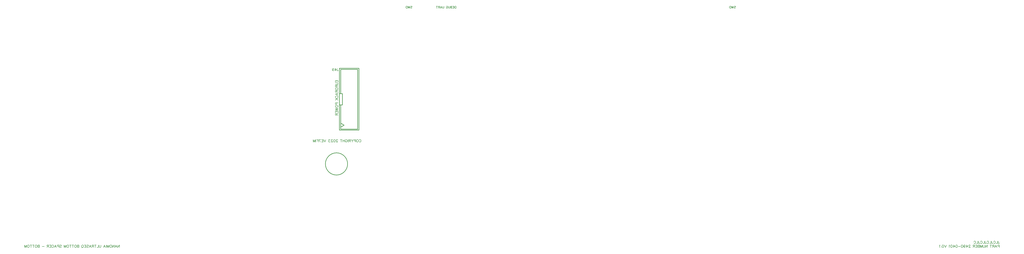
<source format=gbo>
G04 Layer: BottomSilkscreenLayer*
G04 EasyEDA v6.5.34, 2023-08-15 01:36:41*
G04 4f68baccf90e46bd970f154785848b76,5a6b42c53f6a479593ecc07194224c93,10*
G04 Gerber Generator version 0.2*
G04 Scale: 100 percent, Rotated: No, Reflected: No *
G04 Dimensions in millimeters *
G04 leading zeros omitted , absolute positions ,4 integer and 5 decimal *
%FSLAX45Y45*%
%MOMM*%

%ADD10C,0.2032*%
%ADD11C,0.1520*%
%ADD12C,0.1524*%
%ADD13C,0.2540*%

%LPD*%
D10*
X17266386Y1986117D02*
G01*
X17271842Y1997026D01*
X17282751Y2007936D01*
X17293658Y2013389D01*
X17315477Y2013389D01*
X17326386Y2007936D01*
X17337295Y1997026D01*
X17342751Y1986117D01*
X17348205Y1969754D01*
X17348205Y1942482D01*
X17342751Y1926117D01*
X17337295Y1915208D01*
X17326386Y1904298D01*
X17315477Y1898845D01*
X17293658Y1898845D01*
X17282751Y1904298D01*
X17271842Y1915208D01*
X17266386Y1926117D01*
X17197659Y2013389D02*
G01*
X17208568Y2007936D01*
X17219477Y1997026D01*
X17224933Y1986117D01*
X17230387Y1969754D01*
X17230387Y1942482D01*
X17224933Y1926117D01*
X17219477Y1915208D01*
X17208568Y1904298D01*
X17197659Y1898845D01*
X17175840Y1898845D01*
X17164933Y1904298D01*
X17154024Y1915208D01*
X17148568Y1926117D01*
X17143115Y1942482D01*
X17143115Y1969754D01*
X17148568Y1986117D01*
X17154024Y1997026D01*
X17164933Y2007936D01*
X17175840Y2013389D01*
X17197659Y2013389D01*
X17107115Y2013389D02*
G01*
X17107115Y1898845D01*
X17107115Y2013389D02*
G01*
X17058022Y2013389D01*
X17041660Y2007936D01*
X17036206Y2002482D01*
X17030750Y1991573D01*
X17030750Y1975208D01*
X17036206Y1964298D01*
X17041660Y1958845D01*
X17058022Y1953389D01*
X17107115Y1953389D01*
X16994751Y2013389D02*
G01*
X16951114Y1958845D01*
X16951114Y1898845D01*
X16907479Y2013389D02*
G01*
X16951114Y1958845D01*
X16871477Y2013389D02*
G01*
X16871477Y1898845D01*
X16871477Y2013389D02*
G01*
X16822386Y2013389D01*
X16806024Y2007936D01*
X16800570Y2002482D01*
X16795115Y1991573D01*
X16795115Y1980664D01*
X16800570Y1969754D01*
X16806024Y1964298D01*
X16822386Y1958845D01*
X16871477Y1958845D01*
X16833296Y1958845D02*
G01*
X16795115Y1898845D01*
X16759115Y2013389D02*
G01*
X16759115Y1898845D01*
X16641297Y1986117D02*
G01*
X16646751Y1997026D01*
X16657660Y2007936D01*
X16668569Y2013389D01*
X16690388Y2013389D01*
X16701297Y2007936D01*
X16712206Y1997026D01*
X16717660Y1986117D01*
X16723116Y1969754D01*
X16723116Y1942482D01*
X16717660Y1926117D01*
X16712206Y1915208D01*
X16701297Y1904298D01*
X16690388Y1898845D01*
X16668569Y1898845D01*
X16657660Y1904298D01*
X16646751Y1915208D01*
X16641297Y1926117D01*
X16641297Y1942482D01*
X16668569Y1942482D02*
G01*
X16641297Y1942482D01*
X16605298Y2013389D02*
G01*
X16605298Y1898845D01*
X16528933Y2013389D02*
G01*
X16528933Y1898845D01*
X16605298Y1958845D02*
G01*
X16528933Y1958845D01*
X16454752Y2013389D02*
G01*
X16454752Y1898845D01*
X16492933Y2013389D02*
G01*
X16416571Y2013389D01*
X16291115Y1986117D02*
G01*
X16291115Y1991573D01*
X16285662Y2002482D01*
X16280206Y2007936D01*
X16269296Y2013389D01*
X16247480Y2013389D01*
X16236571Y2007936D01*
X16231115Y2002482D01*
X16225662Y1991573D01*
X16225662Y1980664D01*
X16231115Y1969754D01*
X16242024Y1953389D01*
X16296571Y1898845D01*
X16220206Y1898845D01*
X16151479Y2013389D02*
G01*
X16167844Y2007936D01*
X16178753Y1991573D01*
X16184206Y1964298D01*
X16184206Y1947936D01*
X16178753Y1920664D01*
X16167844Y1904298D01*
X16151479Y1898845D01*
X16140572Y1898845D01*
X16124207Y1904298D01*
X16113297Y1920664D01*
X16107844Y1947936D01*
X16107844Y1964298D01*
X16113297Y1991573D01*
X16124207Y2007936D01*
X16140572Y2013389D01*
X16151479Y2013389D01*
X16066388Y1986117D02*
G01*
X16066388Y1991573D01*
X16060935Y2002482D01*
X16055479Y2007936D01*
X16044570Y2013389D01*
X16022754Y2013389D01*
X16011845Y2007936D01*
X16006389Y2002482D01*
X16000935Y1991573D01*
X16000935Y1980664D01*
X16006389Y1969754D01*
X16017298Y1953389D01*
X16071844Y1898845D01*
X15995479Y1898845D01*
X15948571Y2013389D02*
G01*
X15888571Y2013389D01*
X15921299Y1969754D01*
X15904936Y1969754D01*
X15894027Y1964298D01*
X15888571Y1958845D01*
X15883117Y1942482D01*
X15883117Y1931573D01*
X15888571Y1915208D01*
X15899480Y1904298D01*
X15915843Y1898845D01*
X15932208Y1898845D01*
X15948571Y1904298D01*
X15954027Y1909754D01*
X15959480Y1920664D01*
X15763118Y2013389D02*
G01*
X15719480Y1898845D01*
X15675843Y2013389D02*
G01*
X15719480Y1898845D01*
X15639844Y2013389D02*
G01*
X15639844Y1898845D01*
X15639844Y2013389D02*
G01*
X15568935Y2013389D01*
X15639844Y1958845D02*
G01*
X15596209Y1958845D01*
X15639844Y1898845D02*
G01*
X15568935Y1898845D01*
X15456573Y2013389D02*
G01*
X15511117Y1898845D01*
X15532935Y2013389D02*
G01*
X15456573Y2013389D01*
X15420573Y2013389D02*
G01*
X15420573Y1898845D01*
X15420573Y2013389D02*
G01*
X15349664Y2013389D01*
X15420573Y1958845D02*
G01*
X15376936Y1958845D01*
X15313662Y2013389D02*
G01*
X15313662Y1898845D01*
X15277663Y2013389D02*
G01*
X15277663Y1898845D01*
X15277663Y2013389D02*
G01*
X15234028Y1898845D01*
X15190391Y2013389D02*
G01*
X15234028Y1898845D01*
X15190391Y2013389D02*
G01*
X15190391Y1898845D01*
D11*
X46061757Y-2564348D02*
G01*
X46061757Y-2647475D01*
X46066953Y-2663062D01*
X46072148Y-2668257D01*
X46082539Y-2673451D01*
X46092930Y-2673451D01*
X46103321Y-2668257D01*
X46108518Y-2663062D01*
X46113712Y-2647475D01*
X46113712Y-2637083D01*
X46027466Y-2564348D02*
G01*
X46027466Y-2673451D01*
X46027466Y-2673451D02*
G01*
X45965122Y-2673451D01*
X45852900Y-2590325D02*
G01*
X45858097Y-2579933D01*
X45868488Y-2569542D01*
X45878877Y-2564348D01*
X45899659Y-2564348D01*
X45910050Y-2569542D01*
X45920441Y-2579933D01*
X45925638Y-2590325D01*
X45930832Y-2605912D01*
X45930832Y-2631889D01*
X45925638Y-2647475D01*
X45920441Y-2657866D01*
X45910050Y-2668257D01*
X45899659Y-2673451D01*
X45878877Y-2673451D01*
X45868488Y-2668257D01*
X45858097Y-2657866D01*
X45852900Y-2647475D01*
X45766657Y-2564348D02*
G01*
X45766657Y-2647475D01*
X45771851Y-2663062D01*
X45777048Y-2668257D01*
X45787436Y-2673451D01*
X45797828Y-2673451D01*
X45808219Y-2668257D01*
X45813416Y-2663062D01*
X45818610Y-2647475D01*
X45818610Y-2637083D01*
X45732367Y-2564348D02*
G01*
X45732367Y-2673451D01*
X45732367Y-2673451D02*
G01*
X45670020Y-2673451D01*
X45557798Y-2590325D02*
G01*
X45562994Y-2579933D01*
X45573386Y-2569542D01*
X45583777Y-2564348D01*
X45604557Y-2564348D01*
X45614948Y-2569542D01*
X45625339Y-2579933D01*
X45630536Y-2590325D01*
X45635730Y-2605912D01*
X45635730Y-2631889D01*
X45630536Y-2647475D01*
X45625339Y-2657866D01*
X45614948Y-2668257D01*
X45604557Y-2673451D01*
X45583777Y-2673451D01*
X45573386Y-2668257D01*
X45562994Y-2657866D01*
X45557798Y-2647475D01*
X45471554Y-2564348D02*
G01*
X45471554Y-2647475D01*
X45476749Y-2663062D01*
X45481946Y-2668257D01*
X45492337Y-2673451D01*
X45502728Y-2673451D01*
X45513116Y-2668257D01*
X45518313Y-2663062D01*
X45523508Y-2647475D01*
X45523508Y-2637083D01*
X45437264Y-2564348D02*
G01*
X45437264Y-2673451D01*
X45437264Y-2673451D02*
G01*
X45374918Y-2673451D01*
X45262698Y-2590325D02*
G01*
X45267892Y-2579933D01*
X45278283Y-2569542D01*
X45288674Y-2564348D01*
X45309457Y-2564348D01*
X45319848Y-2569542D01*
X45330236Y-2579933D01*
X45335433Y-2590325D01*
X45340628Y-2605912D01*
X45340628Y-2631889D01*
X45335433Y-2647475D01*
X45330236Y-2657866D01*
X45319848Y-2668257D01*
X45309457Y-2673451D01*
X45288674Y-2673451D01*
X45278283Y-2668257D01*
X45267892Y-2657866D01*
X45262698Y-2647475D01*
X45176452Y-2564348D02*
G01*
X45176452Y-2647475D01*
X45181647Y-2663062D01*
X45186843Y-2668257D01*
X45197234Y-2673451D01*
X45207626Y-2673451D01*
X45218017Y-2668257D01*
X45223211Y-2663062D01*
X45228408Y-2647475D01*
X45228408Y-2637083D01*
X45142162Y-2564348D02*
G01*
X45142162Y-2673451D01*
X45142162Y-2673451D02*
G01*
X45079818Y-2673451D01*
X44967596Y-2590325D02*
G01*
X44972790Y-2579933D01*
X44983181Y-2569542D01*
X44993572Y-2564348D01*
X45014354Y-2564348D01*
X45024746Y-2569542D01*
X45035137Y-2579933D01*
X45040331Y-2590325D01*
X45045528Y-2605912D01*
X45045528Y-2631889D01*
X45040331Y-2647475D01*
X45035137Y-2657866D01*
X45024746Y-2668257D01*
X45014354Y-2673451D01*
X44993572Y-2673451D01*
X44983181Y-2668257D01*
X44972790Y-2657866D01*
X44967596Y-2647475D01*
D10*
X46113700Y-2736410D02*
G01*
X46113700Y-2850954D01*
X46113700Y-2736410D02*
G01*
X46064609Y-2736410D01*
X46048246Y-2741863D01*
X46042790Y-2747317D01*
X46037337Y-2758226D01*
X46037337Y-2774591D01*
X46042790Y-2785501D01*
X46048246Y-2790954D01*
X46064609Y-2796410D01*
X46113700Y-2796410D01*
X45957700Y-2736410D02*
G01*
X46001335Y-2850954D01*
X45957700Y-2736410D02*
G01*
X45914063Y-2850954D01*
X45984972Y-2812773D02*
G01*
X45930428Y-2812773D01*
X45878064Y-2736410D02*
G01*
X45878064Y-2850954D01*
X45878064Y-2736410D02*
G01*
X45828973Y-2736410D01*
X45812610Y-2741863D01*
X45807155Y-2747317D01*
X45801701Y-2758226D01*
X45801701Y-2769135D01*
X45807155Y-2780045D01*
X45812610Y-2785501D01*
X45828973Y-2790954D01*
X45878064Y-2790954D01*
X45839882Y-2790954D02*
G01*
X45801701Y-2850954D01*
X45727518Y-2736410D02*
G01*
X45727518Y-2850954D01*
X45765699Y-2736410D02*
G01*
X45689337Y-2736410D01*
X45569337Y-2736410D02*
G01*
X45569337Y-2850954D01*
X45569337Y-2736410D02*
G01*
X45492974Y-2850954D01*
X45492974Y-2736410D02*
G01*
X45492974Y-2850954D01*
X45456972Y-2736410D02*
G01*
X45456972Y-2818226D01*
X45451519Y-2834591D01*
X45440610Y-2845501D01*
X45424247Y-2850954D01*
X45413338Y-2850954D01*
X45396972Y-2845501D01*
X45386066Y-2834591D01*
X45380610Y-2818226D01*
X45380610Y-2736410D01*
X45344610Y-2736410D02*
G01*
X45344610Y-2850954D01*
X45344610Y-2736410D02*
G01*
X45300973Y-2850954D01*
X45257338Y-2736410D02*
G01*
X45300973Y-2850954D01*
X45257338Y-2736410D02*
G01*
X45257338Y-2850954D01*
X45221337Y-2736410D02*
G01*
X45221337Y-2850954D01*
X45221337Y-2736410D02*
G01*
X45172246Y-2736410D01*
X45155883Y-2741863D01*
X45150430Y-2747317D01*
X45144974Y-2758226D01*
X45144974Y-2769135D01*
X45150430Y-2780045D01*
X45155883Y-2785501D01*
X45172246Y-2790954D01*
X45221337Y-2790954D02*
G01*
X45172246Y-2790954D01*
X45155883Y-2796410D01*
X45150430Y-2801863D01*
X45144974Y-2812773D01*
X45144974Y-2829135D01*
X45150430Y-2840045D01*
X45155883Y-2845501D01*
X45172246Y-2850954D01*
X45221337Y-2850954D01*
X45108975Y-2736410D02*
G01*
X45108975Y-2850954D01*
X45108975Y-2736410D02*
G01*
X45038065Y-2736410D01*
X45108975Y-2790954D02*
G01*
X45065337Y-2790954D01*
X45108975Y-2850954D02*
G01*
X45038065Y-2850954D01*
X45002066Y-2736410D02*
G01*
X45002066Y-2850954D01*
X45002066Y-2736410D02*
G01*
X44952975Y-2736410D01*
X44936610Y-2741863D01*
X44931157Y-2747317D01*
X44925701Y-2758226D01*
X44925701Y-2769135D01*
X44931157Y-2780045D01*
X44936610Y-2785501D01*
X44952975Y-2790954D01*
X45002066Y-2790954D01*
X44963885Y-2790954D02*
G01*
X44925701Y-2850954D01*
X44800248Y-2763682D02*
G01*
X44800248Y-2758226D01*
X44794792Y-2747317D01*
X44789338Y-2741863D01*
X44778429Y-2736410D01*
X44756611Y-2736410D01*
X44745701Y-2741863D01*
X44740248Y-2747317D01*
X44734792Y-2758226D01*
X44734792Y-2769135D01*
X44740248Y-2780045D01*
X44751157Y-2796410D01*
X44805701Y-2850954D01*
X44729339Y-2850954D01*
X44638793Y-2736410D02*
G01*
X44693339Y-2812773D01*
X44611521Y-2812773D01*
X44638793Y-2736410D02*
G01*
X44638793Y-2850954D01*
X44504612Y-2774591D02*
G01*
X44510065Y-2790954D01*
X44520975Y-2801863D01*
X44537340Y-2807317D01*
X44542793Y-2807317D01*
X44559156Y-2801863D01*
X44570065Y-2790954D01*
X44575521Y-2774591D01*
X44575521Y-2769135D01*
X44570065Y-2752773D01*
X44559156Y-2741863D01*
X44542793Y-2736410D01*
X44537340Y-2736410D01*
X44520975Y-2741863D01*
X44510065Y-2752773D01*
X44504612Y-2774591D01*
X44504612Y-2801863D01*
X44510065Y-2829135D01*
X44520975Y-2845501D01*
X44537340Y-2850954D01*
X44548249Y-2850954D01*
X44564612Y-2845501D01*
X44570065Y-2834591D01*
X44435885Y-2736410D02*
G01*
X44452247Y-2741863D01*
X44463157Y-2758226D01*
X44468613Y-2785501D01*
X44468613Y-2801863D01*
X44463157Y-2829135D01*
X44452247Y-2845501D01*
X44435885Y-2850954D01*
X44424975Y-2850954D01*
X44408613Y-2845501D01*
X44397703Y-2829135D01*
X44392248Y-2801863D01*
X44392248Y-2785501D01*
X44397703Y-2758226D01*
X44408613Y-2741863D01*
X44424975Y-2736410D01*
X44435885Y-2736410D01*
X44356248Y-2801863D02*
G01*
X44258067Y-2801863D01*
X44189340Y-2736410D02*
G01*
X44205702Y-2741863D01*
X44216612Y-2758226D01*
X44222068Y-2785501D01*
X44222068Y-2801863D01*
X44216612Y-2829135D01*
X44205702Y-2845501D01*
X44189340Y-2850954D01*
X44178430Y-2850954D01*
X44162068Y-2845501D01*
X44151158Y-2829135D01*
X44145702Y-2801863D01*
X44145702Y-2785501D01*
X44151158Y-2758226D01*
X44162068Y-2741863D01*
X44178430Y-2736410D01*
X44189340Y-2736410D01*
X44055159Y-2736410D02*
G01*
X44109703Y-2812773D01*
X44027885Y-2812773D01*
X44055159Y-2736410D02*
G01*
X44055159Y-2850954D01*
X43959157Y-2736410D02*
G01*
X43975522Y-2741863D01*
X43986432Y-2758226D01*
X43991885Y-2785501D01*
X43991885Y-2801863D01*
X43986432Y-2829135D01*
X43975522Y-2845501D01*
X43959157Y-2850954D01*
X43948250Y-2850954D01*
X43931885Y-2845501D01*
X43920976Y-2829135D01*
X43915523Y-2801863D01*
X43915523Y-2785501D01*
X43920976Y-2758226D01*
X43931885Y-2741863D01*
X43948250Y-2736410D01*
X43959157Y-2736410D01*
X43879523Y-2758226D02*
G01*
X43868614Y-2752773D01*
X43852249Y-2736410D01*
X43852249Y-2850954D01*
X43732249Y-2736410D02*
G01*
X43688614Y-2850954D01*
X43644977Y-2736410D02*
G01*
X43688614Y-2850954D01*
X43576250Y-2736410D02*
G01*
X43592615Y-2741863D01*
X43603522Y-2758226D01*
X43608978Y-2785501D01*
X43608978Y-2801863D01*
X43603522Y-2829135D01*
X43592615Y-2845501D01*
X43576250Y-2850954D01*
X43565340Y-2850954D01*
X43548978Y-2845501D01*
X43538068Y-2829135D01*
X43532615Y-2801863D01*
X43532615Y-2785501D01*
X43538068Y-2758226D01*
X43548978Y-2741863D01*
X43565340Y-2736410D01*
X43576250Y-2736410D01*
X43491160Y-2823682D02*
G01*
X43496613Y-2829135D01*
X43491160Y-2834591D01*
X43485704Y-2829135D01*
X43491160Y-2823682D01*
X43449704Y-2758226D02*
G01*
X43438795Y-2752773D01*
X43422432Y-2736410D01*
X43422432Y-2850954D01*
X6464300Y-2736410D02*
G01*
X6464300Y-2850954D01*
X6464300Y-2736410D02*
G01*
X6387937Y-2850954D01*
X6387937Y-2736410D02*
G01*
X6387937Y-2850954D01*
X6308300Y-2736410D02*
G01*
X6351935Y-2850954D01*
X6308300Y-2736410D02*
G01*
X6264663Y-2850954D01*
X6335572Y-2812773D02*
G01*
X6281028Y-2812773D01*
X6228664Y-2736410D02*
G01*
X6228664Y-2850954D01*
X6228664Y-2736410D02*
G01*
X6152301Y-2850954D01*
X6152301Y-2736410D02*
G01*
X6152301Y-2850954D01*
X6083574Y-2736410D02*
G01*
X6094483Y-2741863D01*
X6105390Y-2752773D01*
X6110846Y-2763682D01*
X6116299Y-2780045D01*
X6116299Y-2807317D01*
X6110846Y-2823682D01*
X6105390Y-2834591D01*
X6094483Y-2845501D01*
X6083574Y-2850954D01*
X6061755Y-2850954D01*
X6050846Y-2845501D01*
X6039937Y-2834591D01*
X6034483Y-2823682D01*
X6029027Y-2807317D01*
X6029027Y-2780045D01*
X6034483Y-2763682D01*
X6039937Y-2752773D01*
X6050846Y-2741863D01*
X6061755Y-2736410D01*
X6083574Y-2736410D01*
X5993028Y-2736410D02*
G01*
X5993028Y-2850954D01*
X5993028Y-2736410D02*
G01*
X5949391Y-2850954D01*
X5905756Y-2736410D02*
G01*
X5949391Y-2850954D01*
X5905756Y-2736410D02*
G01*
X5905756Y-2850954D01*
X5869754Y-2736410D02*
G01*
X5869754Y-2850954D01*
X5790120Y-2736410D02*
G01*
X5833755Y-2850954D01*
X5790120Y-2736410D02*
G01*
X5746483Y-2850954D01*
X5817392Y-2812773D02*
G01*
X5762845Y-2812773D01*
X5626483Y-2736410D02*
G01*
X5626483Y-2818226D01*
X5621030Y-2834591D01*
X5610120Y-2845501D01*
X5593755Y-2850954D01*
X5582846Y-2850954D01*
X5566483Y-2845501D01*
X5555574Y-2834591D01*
X5550120Y-2818226D01*
X5550120Y-2736410D01*
X5514119Y-2736410D02*
G01*
X5514119Y-2850954D01*
X5514119Y-2850954D02*
G01*
X5448665Y-2850954D01*
X5374485Y-2736410D02*
G01*
X5374485Y-2850954D01*
X5412666Y-2736410D02*
G01*
X5336301Y-2736410D01*
X5300301Y-2736410D02*
G01*
X5300301Y-2850954D01*
X5300301Y-2736410D02*
G01*
X5251211Y-2736410D01*
X5234848Y-2741863D01*
X5229392Y-2747317D01*
X5223939Y-2758226D01*
X5223939Y-2769135D01*
X5229392Y-2780045D01*
X5234848Y-2785501D01*
X5251211Y-2790954D01*
X5300301Y-2790954D01*
X5262120Y-2790954D02*
G01*
X5223939Y-2850954D01*
X5144302Y-2736410D02*
G01*
X5187939Y-2850954D01*
X5144302Y-2736410D02*
G01*
X5100665Y-2850954D01*
X5171574Y-2812773D02*
G01*
X5117030Y-2812773D01*
X4988303Y-2752773D02*
G01*
X4999212Y-2741863D01*
X5015575Y-2736410D01*
X5037394Y-2736410D01*
X5053756Y-2741863D01*
X5064666Y-2752773D01*
X5064666Y-2763682D01*
X5059212Y-2774591D01*
X5053756Y-2780045D01*
X5042847Y-2785501D01*
X5010122Y-2796410D01*
X4999212Y-2801863D01*
X4993756Y-2807317D01*
X4988303Y-2818226D01*
X4988303Y-2834591D01*
X4999212Y-2845501D01*
X5015575Y-2850954D01*
X5037394Y-2850954D01*
X5053756Y-2845501D01*
X5064666Y-2834591D01*
X4952304Y-2736410D02*
G01*
X4952304Y-2850954D01*
X4952304Y-2736410D02*
G01*
X4881394Y-2736410D01*
X4952304Y-2790954D02*
G01*
X4908666Y-2790954D01*
X4952304Y-2850954D02*
G01*
X4881394Y-2850954D01*
X4812667Y-2736410D02*
G01*
X4823576Y-2741863D01*
X4834486Y-2752773D01*
X4839939Y-2763682D01*
X4845392Y-2780045D01*
X4845392Y-2807317D01*
X4839939Y-2823682D01*
X4834486Y-2834591D01*
X4823576Y-2845501D01*
X4812667Y-2850954D01*
X4790848Y-2850954D01*
X4779939Y-2845501D01*
X4769030Y-2834591D01*
X4763576Y-2823682D01*
X4758121Y-2807317D01*
X4758121Y-2780045D01*
X4763576Y-2763682D01*
X4769030Y-2752773D01*
X4779939Y-2741863D01*
X4790848Y-2736410D01*
X4812667Y-2736410D01*
X4796302Y-2829135D02*
G01*
X4763576Y-2861863D01*
X4638121Y-2736410D02*
G01*
X4638121Y-2850954D01*
X4638121Y-2736410D02*
G01*
X4589030Y-2736410D01*
X4572668Y-2741863D01*
X4567212Y-2747317D01*
X4561758Y-2758226D01*
X4561758Y-2769135D01*
X4567212Y-2780045D01*
X4572668Y-2785501D01*
X4589030Y-2790954D01*
X4638121Y-2790954D02*
G01*
X4589030Y-2790954D01*
X4572668Y-2796410D01*
X4567212Y-2801863D01*
X4561758Y-2812773D01*
X4561758Y-2829135D01*
X4567212Y-2840045D01*
X4572668Y-2845501D01*
X4589030Y-2850954D01*
X4638121Y-2850954D01*
X4493031Y-2736410D02*
G01*
X4503940Y-2741863D01*
X4514850Y-2752773D01*
X4520303Y-2763682D01*
X4525759Y-2780045D01*
X4525759Y-2807317D01*
X4520303Y-2823682D01*
X4514850Y-2834591D01*
X4503940Y-2845501D01*
X4493031Y-2850954D01*
X4471212Y-2850954D01*
X4460303Y-2845501D01*
X4449394Y-2834591D01*
X4443940Y-2823682D01*
X4438484Y-2807317D01*
X4438484Y-2780045D01*
X4443940Y-2763682D01*
X4449394Y-2752773D01*
X4460303Y-2741863D01*
X4471212Y-2736410D01*
X4493031Y-2736410D01*
X4364304Y-2736410D02*
G01*
X4364304Y-2850954D01*
X4402485Y-2736410D02*
G01*
X4326122Y-2736410D01*
X4251939Y-2736410D02*
G01*
X4251939Y-2850954D01*
X4290123Y-2736410D02*
G01*
X4213758Y-2736410D01*
X4145031Y-2736410D02*
G01*
X4155940Y-2741863D01*
X4166849Y-2752773D01*
X4172305Y-2763682D01*
X4177758Y-2780045D01*
X4177758Y-2807317D01*
X4172305Y-2823682D01*
X4166849Y-2834591D01*
X4155940Y-2845501D01*
X4145031Y-2850954D01*
X4123215Y-2850954D01*
X4112305Y-2845501D01*
X4101396Y-2834591D01*
X4095940Y-2823682D01*
X4090487Y-2807317D01*
X4090487Y-2780045D01*
X4095940Y-2763682D01*
X4101396Y-2752773D01*
X4112305Y-2741863D01*
X4123215Y-2736410D01*
X4145031Y-2736410D01*
X4054487Y-2736410D02*
G01*
X4054487Y-2850954D01*
X4054487Y-2736410D02*
G01*
X4010850Y-2850954D01*
X3967213Y-2736410D02*
G01*
X4010850Y-2850954D01*
X3967213Y-2736410D02*
G01*
X3967213Y-2850954D01*
X3770850Y-2752773D02*
G01*
X3781760Y-2741863D01*
X3798122Y-2736410D01*
X3819941Y-2736410D01*
X3836304Y-2741863D01*
X3847213Y-2752773D01*
X3847213Y-2763682D01*
X3841760Y-2774591D01*
X3836304Y-2780045D01*
X3825394Y-2785501D01*
X3792669Y-2796410D01*
X3781760Y-2801863D01*
X3776304Y-2807317D01*
X3770850Y-2818226D01*
X3770850Y-2834591D01*
X3781760Y-2845501D01*
X3798122Y-2850954D01*
X3819941Y-2850954D01*
X3836304Y-2845501D01*
X3847213Y-2834591D01*
X3734851Y-2736410D02*
G01*
X3734851Y-2850954D01*
X3734851Y-2736410D02*
G01*
X3685760Y-2736410D01*
X3669395Y-2741863D01*
X3663942Y-2747317D01*
X3658486Y-2758226D01*
X3658486Y-2774591D01*
X3663942Y-2785501D01*
X3669395Y-2790954D01*
X3685760Y-2796410D01*
X3734851Y-2796410D01*
X3578852Y-2736410D02*
G01*
X3622487Y-2850954D01*
X3578852Y-2736410D02*
G01*
X3535215Y-2850954D01*
X3606124Y-2812773D02*
G01*
X3551577Y-2812773D01*
X3417397Y-2763682D02*
G01*
X3422850Y-2752773D01*
X3433759Y-2741863D01*
X3444669Y-2736410D01*
X3466487Y-2736410D01*
X3477397Y-2741863D01*
X3488306Y-2752773D01*
X3493759Y-2763682D01*
X3499215Y-2780045D01*
X3499215Y-2807317D01*
X3493759Y-2823682D01*
X3488306Y-2834591D01*
X3477397Y-2845501D01*
X3466487Y-2850954D01*
X3444669Y-2850954D01*
X3433759Y-2845501D01*
X3422850Y-2834591D01*
X3417397Y-2823682D01*
X3381397Y-2736410D02*
G01*
X3381397Y-2850954D01*
X3381397Y-2736410D02*
G01*
X3310488Y-2736410D01*
X3381397Y-2790954D02*
G01*
X3337760Y-2790954D01*
X3381397Y-2850954D02*
G01*
X3310488Y-2850954D01*
X3274489Y-2736410D02*
G01*
X3274489Y-2850954D01*
X3274489Y-2736410D02*
G01*
X3225396Y-2736410D01*
X3209033Y-2741863D01*
X3203580Y-2747317D01*
X3198124Y-2758226D01*
X3198124Y-2769135D01*
X3203580Y-2780045D01*
X3209033Y-2785501D01*
X3225396Y-2790954D01*
X3274489Y-2790954D01*
X3236305Y-2790954D02*
G01*
X3198124Y-2850954D01*
X3078124Y-2801863D02*
G01*
X2979943Y-2801863D01*
X2859943Y-2736410D02*
G01*
X2859943Y-2850954D01*
X2859943Y-2736410D02*
G01*
X2810852Y-2736410D01*
X2794490Y-2741863D01*
X2789034Y-2747317D01*
X2783580Y-2758226D01*
X2783580Y-2769135D01*
X2789034Y-2780045D01*
X2794490Y-2785501D01*
X2810852Y-2790954D01*
X2859943Y-2790954D02*
G01*
X2810852Y-2790954D01*
X2794490Y-2796410D01*
X2789034Y-2801863D01*
X2783580Y-2812773D01*
X2783580Y-2829135D01*
X2789034Y-2840045D01*
X2794490Y-2845501D01*
X2810852Y-2850954D01*
X2859943Y-2850954D01*
X2714853Y-2736410D02*
G01*
X2725762Y-2741863D01*
X2736672Y-2752773D01*
X2742125Y-2763682D01*
X2747578Y-2780045D01*
X2747578Y-2807317D01*
X2742125Y-2823682D01*
X2736672Y-2834591D01*
X2725762Y-2845501D01*
X2714853Y-2850954D01*
X2693034Y-2850954D01*
X2682125Y-2845501D01*
X2671216Y-2834591D01*
X2665763Y-2823682D01*
X2660307Y-2807317D01*
X2660307Y-2780045D01*
X2665763Y-2763682D01*
X2671216Y-2752773D01*
X2682125Y-2741863D01*
X2693034Y-2736410D01*
X2714853Y-2736410D01*
X2586126Y-2736410D02*
G01*
X2586126Y-2850954D01*
X2624307Y-2736410D02*
G01*
X2547945Y-2736410D01*
X2473761Y-2736410D02*
G01*
X2473761Y-2850954D01*
X2511943Y-2736410D02*
G01*
X2435580Y-2736410D01*
X2366853Y-2736410D02*
G01*
X2377762Y-2741863D01*
X2388671Y-2752773D01*
X2394125Y-2763682D01*
X2399581Y-2780045D01*
X2399581Y-2807317D01*
X2394125Y-2823682D01*
X2388671Y-2834591D01*
X2377762Y-2845501D01*
X2366853Y-2850954D01*
X2345034Y-2850954D01*
X2334125Y-2845501D01*
X2323218Y-2834591D01*
X2317762Y-2823682D01*
X2312309Y-2807317D01*
X2312309Y-2780045D01*
X2317762Y-2763682D01*
X2323218Y-2752773D01*
X2334125Y-2741863D01*
X2345034Y-2736410D01*
X2366853Y-2736410D01*
X2276307Y-2736410D02*
G01*
X2276307Y-2850954D01*
X2276307Y-2736410D02*
G01*
X2232672Y-2850954D01*
X2189035Y-2736410D02*
G01*
X2232672Y-2850954D01*
X2189035Y-2736410D02*
G01*
X2189035Y-2850954D01*
D12*
X19583143Y8011967D02*
G01*
X19592287Y8021111D01*
X19606003Y8025683D01*
X19624291Y8025683D01*
X19637753Y8021111D01*
X19646897Y8011967D01*
X19646897Y8003077D01*
X19642325Y7993933D01*
X19637753Y7989361D01*
X19628609Y7984789D01*
X19601431Y7975645D01*
X19592287Y7971073D01*
X19587715Y7966501D01*
X19583143Y7957611D01*
X19583143Y7943895D01*
X19592287Y7934751D01*
X19606003Y7930179D01*
X19624291Y7930179D01*
X19637753Y7934751D01*
X19646897Y7943895D01*
X19553171Y8025683D02*
G01*
X19530565Y7930179D01*
X19507705Y8025683D02*
G01*
X19530565Y7930179D01*
X19507705Y8025683D02*
G01*
X19485099Y7930179D01*
X19462239Y8025683D02*
G01*
X19485099Y7930179D01*
X19432267Y8025683D02*
G01*
X19432267Y7930179D01*
X19432267Y8025683D02*
G01*
X19400517Y8025683D01*
X19386801Y8021111D01*
X19377911Y8011967D01*
X19373339Y8003077D01*
X19368767Y7989361D01*
X19368767Y7966501D01*
X19373339Y7953039D01*
X19377911Y7943895D01*
X19386801Y7934751D01*
X19400517Y7930179D01*
X19432267Y7930179D01*
X21628100Y8025637D02*
G01*
X21628100Y7930134D01*
X21628100Y8025637D02*
G01*
X21596350Y8025637D01*
X21582634Y8021065D01*
X21573490Y8012176D01*
X21568918Y8003031D01*
X21564345Y7989315D01*
X21564345Y7966710D01*
X21568918Y7952994D01*
X21573490Y7943850D01*
X21582634Y7934705D01*
X21596350Y7930134D01*
X21628100Y7930134D01*
X21534374Y8025637D02*
G01*
X21534374Y7930134D01*
X21534374Y8025637D02*
G01*
X21475445Y8025637D01*
X21534374Y7980171D02*
G01*
X21498052Y7980171D01*
X21534374Y7930134D02*
G01*
X21475445Y7930134D01*
X21445474Y8025637D02*
G01*
X21445474Y7930134D01*
X21445474Y8025637D02*
G01*
X21404579Y8025637D01*
X21390863Y8021065D01*
X21386291Y8016494D01*
X21381720Y8007604D01*
X21381720Y7998460D01*
X21386291Y7989315D01*
X21390863Y7984744D01*
X21404579Y7980171D01*
X21445474Y7980171D02*
G01*
X21404579Y7980171D01*
X21390863Y7975600D01*
X21386291Y7971281D01*
X21381720Y7962137D01*
X21381720Y7948421D01*
X21386291Y7939278D01*
X21390863Y7934705D01*
X21404579Y7930134D01*
X21445474Y7930134D01*
X21351748Y8025637D02*
G01*
X21351748Y7957565D01*
X21347175Y7943850D01*
X21338031Y7934705D01*
X21324570Y7930134D01*
X21315425Y7930134D01*
X21301709Y7934705D01*
X21292566Y7943850D01*
X21287993Y7957565D01*
X21287993Y8025637D01*
X21189950Y8003031D02*
G01*
X21194522Y8012176D01*
X21203666Y8021065D01*
X21212556Y8025637D01*
X21230843Y8025637D01*
X21239988Y8021065D01*
X21249131Y8012176D01*
X21253450Y8003031D01*
X21258022Y7989315D01*
X21258022Y7966710D01*
X21253450Y7952994D01*
X21249131Y7943850D01*
X21239988Y7934705D01*
X21230843Y7930134D01*
X21212556Y7930134D01*
X21203666Y7934705D01*
X21194522Y7943850D01*
X21189950Y7952994D01*
X21189950Y7966710D01*
X21212556Y7966710D02*
G01*
X21189950Y7966710D01*
X21089874Y8025637D02*
G01*
X21089874Y7957565D01*
X21085302Y7943850D01*
X21076158Y7934705D01*
X21062695Y7930134D01*
X21053552Y7930134D01*
X21039836Y7934705D01*
X21030945Y7943850D01*
X21026374Y7957565D01*
X21026374Y8025637D01*
X20959825Y8025637D02*
G01*
X20996402Y7930134D01*
X20959825Y8025637D02*
G01*
X20923504Y7930134D01*
X20982686Y7962137D02*
G01*
X20937220Y7962137D01*
X20893531Y8025637D02*
G01*
X20893531Y7930134D01*
X20893531Y8025637D02*
G01*
X20852638Y8025637D01*
X20838922Y8021065D01*
X20834350Y8016494D01*
X20830031Y8007604D01*
X20830031Y7998460D01*
X20834350Y7989315D01*
X20838922Y7984744D01*
X20852638Y7980171D01*
X20893531Y7980171D01*
X20861781Y7980171D02*
G01*
X20830031Y7930134D01*
X20768056Y8025637D02*
G01*
X20768056Y7930134D01*
X20799806Y8025637D02*
G01*
X20736306Y8025637D01*
D10*
X16193498Y4673592D02*
G01*
X16308042Y4673592D01*
X16193498Y4673592D02*
G01*
X16193498Y4602683D01*
X16248042Y4673592D02*
G01*
X16248042Y4629955D01*
X16308042Y4673592D02*
G01*
X16308042Y4602683D01*
X16193498Y4566683D02*
G01*
X16275314Y4566683D01*
X16291679Y4561227D01*
X16302588Y4550321D01*
X16308042Y4533955D01*
X16308042Y4523046D01*
X16302588Y4506683D01*
X16291679Y4495774D01*
X16275314Y4490321D01*
X16193498Y4490321D01*
X16193498Y4454319D02*
G01*
X16308042Y4454319D01*
X16193498Y4454319D02*
G01*
X16193498Y4405228D01*
X16198951Y4388865D01*
X16204404Y4383410D01*
X16215314Y4377956D01*
X16226223Y4377956D01*
X16237132Y4383410D01*
X16242588Y4388865D01*
X16248042Y4405228D01*
X16248042Y4454319D01*
X16248042Y4416137D02*
G01*
X16308042Y4377956D01*
X16193498Y4309229D02*
G01*
X16198951Y4320138D01*
X16209860Y4331047D01*
X16220770Y4336501D01*
X16237132Y4341957D01*
X16264404Y4341957D01*
X16280770Y4336501D01*
X16291679Y4331047D01*
X16302588Y4320138D01*
X16308042Y4309229D01*
X16308042Y4287410D01*
X16302588Y4276501D01*
X16291679Y4265592D01*
X16280770Y4260138D01*
X16264404Y4254682D01*
X16237132Y4254682D01*
X16220770Y4260138D01*
X16209860Y4265592D01*
X16198951Y4276501D01*
X16193498Y4287410D01*
X16193498Y4309229D01*
X16193498Y4218683D02*
G01*
X16308042Y4218683D01*
X16193498Y4218683D02*
G01*
X16193498Y4169592D01*
X16198951Y4153230D01*
X16204404Y4147774D01*
X16215314Y4142320D01*
X16226223Y4142320D01*
X16237132Y4147774D01*
X16242588Y4153230D01*
X16248042Y4169592D01*
X16248042Y4218683D01*
X16248042Y4180502D02*
G01*
X16308042Y4142320D01*
X16193498Y4062684D02*
G01*
X16308042Y4106321D01*
X16193498Y4062684D02*
G01*
X16308042Y4019047D01*
X16269860Y4089956D02*
G01*
X16269860Y4035412D01*
X16220770Y3901229D02*
G01*
X16209860Y3906685D01*
X16198951Y3917594D01*
X16193498Y3928503D01*
X16193498Y3950322D01*
X16198951Y3961229D01*
X16209860Y3972138D01*
X16220770Y3977594D01*
X16237132Y3983047D01*
X16264404Y3983047D01*
X16280770Y3977594D01*
X16291679Y3972138D01*
X16302588Y3961229D01*
X16308042Y3950322D01*
X16308042Y3928503D01*
X16302588Y3917594D01*
X16291679Y3906685D01*
X16280770Y3901229D01*
X16193498Y3865229D02*
G01*
X16308042Y3865229D01*
X16193498Y3788867D02*
G01*
X16269860Y3865229D01*
X16242588Y3837957D02*
G01*
X16308042Y3788867D01*
X16193498Y3668867D02*
G01*
X16308042Y3668867D01*
X16193498Y3668867D02*
G01*
X16193498Y3619776D01*
X16198951Y3603411D01*
X16204404Y3597958D01*
X16215314Y3592504D01*
X16231679Y3592504D01*
X16242588Y3597958D01*
X16248042Y3603411D01*
X16253498Y3619776D01*
X16253498Y3668867D01*
X16193498Y3523777D02*
G01*
X16198951Y3534684D01*
X16209860Y3545593D01*
X16220770Y3551049D01*
X16237132Y3556502D01*
X16264404Y3556502D01*
X16280770Y3551049D01*
X16291679Y3545593D01*
X16302588Y3534684D01*
X16308042Y3523777D01*
X16308042Y3501958D01*
X16302588Y3491049D01*
X16291679Y3480140D01*
X16280770Y3474684D01*
X16264404Y3469231D01*
X16237132Y3469231D01*
X16220770Y3474684D01*
X16209860Y3480140D01*
X16198951Y3491049D01*
X16193498Y3501958D01*
X16193498Y3523777D01*
X16193498Y3433231D02*
G01*
X16308042Y3405959D01*
X16193498Y3378685D02*
G01*
X16308042Y3405959D01*
X16193498Y3378685D02*
G01*
X16308042Y3351413D01*
X16193498Y3324141D02*
G01*
X16308042Y3351413D01*
X16193498Y3288141D02*
G01*
X16308042Y3288141D01*
X16193498Y3288141D02*
G01*
X16193498Y3217232D01*
X16248042Y3288141D02*
G01*
X16248042Y3244504D01*
X16308042Y3288141D02*
G01*
X16308042Y3217232D01*
X16193498Y3181230D02*
G01*
X16308042Y3181230D01*
X16193498Y3181230D02*
G01*
X16193498Y3132140D01*
X16198951Y3115777D01*
X16204404Y3110323D01*
X16215314Y3104868D01*
X16226223Y3104868D01*
X16237132Y3110323D01*
X16242588Y3115777D01*
X16248042Y3132140D01*
X16248042Y3181230D01*
X16248042Y3143049D02*
G01*
X16308042Y3104868D01*
D12*
X34162743Y8011967D02*
G01*
X34171887Y8021111D01*
X34185603Y8025683D01*
X34203891Y8025683D01*
X34217353Y8021111D01*
X34226497Y8011967D01*
X34226497Y8003077D01*
X34221925Y7993933D01*
X34217353Y7989361D01*
X34208209Y7984789D01*
X34181031Y7975645D01*
X34171887Y7971073D01*
X34167315Y7966501D01*
X34162743Y7957611D01*
X34162743Y7943895D01*
X34171887Y7934751D01*
X34185603Y7930179D01*
X34203891Y7930179D01*
X34217353Y7934751D01*
X34226497Y7943895D01*
X34132771Y8025683D02*
G01*
X34110165Y7930179D01*
X34087305Y8025683D02*
G01*
X34110165Y7930179D01*
X34087305Y8025683D02*
G01*
X34064699Y7930179D01*
X34041839Y8025683D02*
G01*
X34064699Y7930179D01*
X34011867Y8025683D02*
G01*
X34011867Y7930179D01*
X34011867Y8025683D02*
G01*
X33980117Y8025683D01*
X33966401Y8021111D01*
X33957511Y8011967D01*
X33952939Y8003077D01*
X33948367Y7989361D01*
X33948367Y7966501D01*
X33952939Y7953039D01*
X33957511Y7943895D01*
X33966401Y7934751D01*
X33980117Y7930179D01*
X34011867Y7930179D01*
X16270414Y5220688D02*
G01*
X16270414Y5137561D01*
X16275611Y5121973D01*
X16280805Y5116779D01*
X16291196Y5111584D01*
X16301587Y5111584D01*
X16311979Y5116779D01*
X16317175Y5121973D01*
X16322370Y5137561D01*
X16322370Y5147952D01*
X16184171Y5220688D02*
G01*
X16236124Y5147952D01*
X16158194Y5147952D01*
X16184171Y5220688D02*
G01*
X16184171Y5111584D01*
X16056363Y5184320D02*
G01*
X16061557Y5168734D01*
X16071949Y5158343D01*
X16087534Y5153146D01*
X16092731Y5153146D01*
X16108316Y5158343D01*
X16118707Y5168734D01*
X16123904Y5184320D01*
X16123904Y5189514D01*
X16118707Y5205102D01*
X16108316Y5215493D01*
X16092731Y5220688D01*
X16087534Y5220688D01*
X16071949Y5215493D01*
X16061557Y5205102D01*
X16056363Y5184320D01*
X16056363Y5158343D01*
X16061557Y5132364D01*
X16071949Y5116779D01*
X16087534Y5111584D01*
X16097925Y5111584D01*
X16113513Y5116779D01*
X16118707Y5127170D01*
D13*
X16427759Y2582418D02*
G01*
X16581287Y2666994D01*
X16427759Y2760218D01*
X17249886Y2439400D02*
G01*
X17249886Y5231391D01*
X17249886Y5231389D02*
G01*
X16369888Y5231391D01*
X16369888Y5231391D02*
G01*
X16369888Y2439400D01*
X16369888Y2439400D02*
G01*
X17249886Y2439400D01*
X16378087Y3581394D02*
G01*
X16505087Y3581394D01*
X16505087Y4089394D01*
X16378087Y4089394D01*
X16428887Y2489194D02*
G01*
X17190887Y2489194D01*
X17190887Y5181594D01*
X16428887Y5181594D01*
X16428887Y4089394D01*
X16428887Y3581394D02*
G01*
X16428887Y2489194D01*
G75*
G01
X16743299Y914400D02*
G03X16743299Y914400I-499999J0D01*
M02*

</source>
